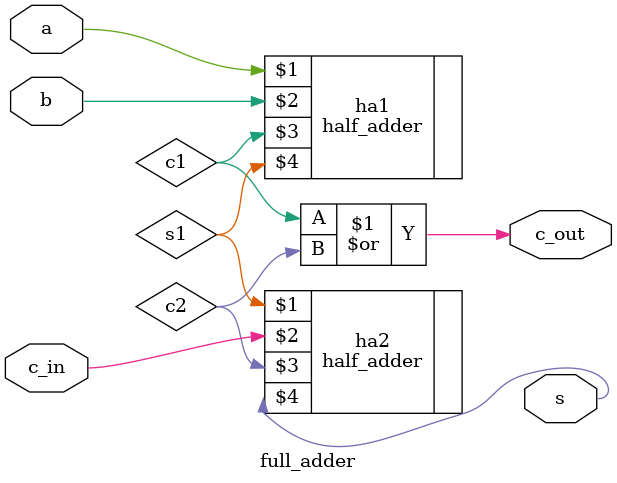
<source format=sv>
`include "half_adder.sv"
module full_adder (
  input logic a,b,c_in,
  output logic c_out, s
);
  logic s1,c1,c2;
  half_adder ha1(a,b,c1,s1);
  half_adder ha2(s1,c_in,c2,s);
  assign c_out = c1|c2; 
endmodule


</source>
